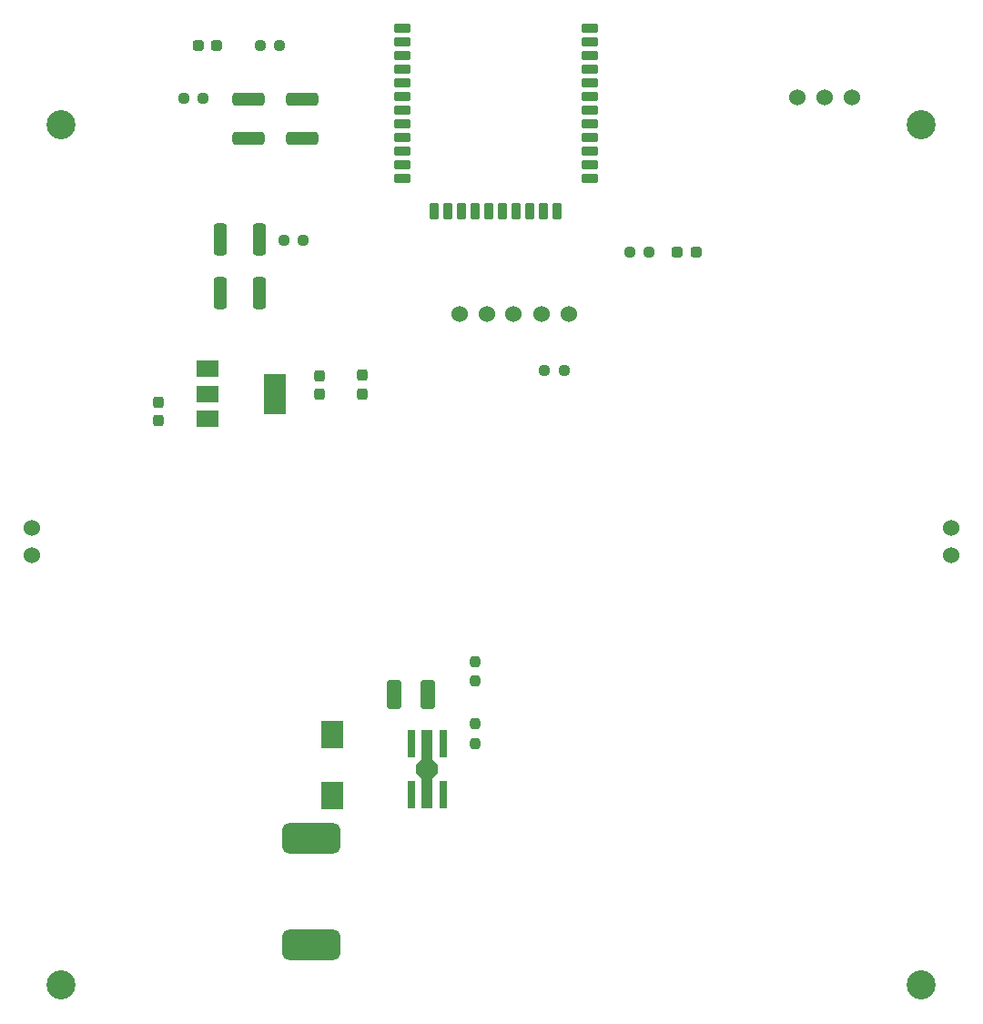
<source format=gbr>
%TF.GenerationSoftware,KiCad,Pcbnew,(6.0.9)*%
%TF.CreationDate,2022-11-20T19:55:09+01:00*%
%TF.ProjectId,ZLight_V2,5a4c6967-6874-45f5-9632-2e6b69636164,rev?*%
%TF.SameCoordinates,Original*%
%TF.FileFunction,Soldermask,Top*%
%TF.FilePolarity,Negative*%
%FSLAX46Y46*%
G04 Gerber Fmt 4.6, Leading zero omitted, Abs format (unit mm)*
G04 Created by KiCad (PCBNEW (6.0.9)) date 2022-11-20 19:55:09*
%MOMM*%
%LPD*%
G01*
G04 APERTURE LIST*
G04 Aperture macros list*
%AMRoundRect*
0 Rectangle with rounded corners*
0 $1 Rounding radius*
0 $2 $3 $4 $5 $6 $7 $8 $9 X,Y pos of 4 corners*
0 Add a 4 corners polygon primitive as box body*
4,1,4,$2,$3,$4,$5,$6,$7,$8,$9,$2,$3,0*
0 Add four circle primitives for the rounded corners*
1,1,$1+$1,$2,$3*
1,1,$1+$1,$4,$5*
1,1,$1+$1,$6,$7*
1,1,$1+$1,$8,$9*
0 Add four rect primitives between the rounded corners*
20,1,$1+$1,$2,$3,$4,$5,0*
20,1,$1+$1,$4,$5,$6,$7,0*
20,1,$1+$1,$6,$7,$8,$9,0*
20,1,$1+$1,$8,$9,$2,$3,0*%
%AMFreePoly0*
4,1,13,0.900000,0.500000,3.600000,0.500000,3.600000,-0.500000,0.900000,-0.500000,0.400000,-1.000000,-0.400000,-1.000000,-0.900000,-0.500000,-3.600000,-0.500000,-3.600000,0.500000,-0.900000,0.500000,-0.400000,1.000000,0.400000,1.000000,0.900000,0.500000,0.900000,0.500000,$1*%
G04 Aperture macros list end*
%ADD10C,1.524000*%
%ADD11R,2.000000X1.500000*%
%ADD12R,2.000000X3.800000*%
%ADD13RoundRect,0.300000X-0.300000X-1.200000X0.300000X-1.200000X0.300000X1.200000X-0.300000X1.200000X0*%
%ADD14C,2.700000*%
%ADD15RoundRect,0.200000X-0.600000X-0.200000X0.600000X-0.200000X0.600000X0.200000X-0.600000X0.200000X0*%
%ADD16RoundRect,0.200000X-0.200000X-0.600000X0.200000X-0.600000X0.200000X0.600000X-0.200000X0.600000X0*%
%ADD17RoundRect,0.237500X-0.237500X0.250000X-0.237500X-0.250000X0.237500X-0.250000X0.237500X0.250000X0*%
%ADD18RoundRect,0.250000X-0.412500X-1.100000X0.412500X-1.100000X0.412500X1.100000X-0.412500X1.100000X0*%
%ADD19RoundRect,0.237500X0.237500X-0.300000X0.237500X0.300000X-0.237500X0.300000X-0.237500X-0.300000X0*%
%ADD20RoundRect,0.300000X1.200000X-0.300000X1.200000X0.300000X-1.200000X0.300000X-1.200000X-0.300000X0*%
%ADD21RoundRect,0.237500X0.250000X0.237500X-0.250000X0.237500X-0.250000X-0.237500X0.250000X-0.237500X0*%
%ADD22RoundRect,0.237500X-0.250000X-0.237500X0.250000X-0.237500X0.250000X0.237500X-0.250000X0.237500X0*%
%ADD23RoundRect,0.237500X0.287500X0.237500X-0.287500X0.237500X-0.287500X-0.237500X0.287500X-0.237500X0*%
%ADD24RoundRect,0.237500X-0.287500X-0.237500X0.287500X-0.237500X0.287500X0.237500X-0.287500X0.237500X0*%
%ADD25R,2.000000X2.500000*%
%ADD26R,0.700000X2.500000*%
%ADD27FreePoly0,90.000000*%
%ADD28RoundRect,0.725000X-1.975000X-0.725000X1.975000X-0.725000X1.975000X0.725000X-1.975000X0.725000X0*%
G04 APERTURE END LIST*
D10*
%TO.C,J1*%
X107249000Y-100000000D03*
X107249000Y-97460000D03*
%TD*%
D11*
%TO.C,U3*%
X123600000Y-82700000D03*
X123600000Y-85000000D03*
X123600000Y-87300000D03*
D12*
X129900000Y-85000000D03*
%TD*%
D10*
%TO.C,DEBUG1*%
X147050000Y-77600000D03*
X149590000Y-77600000D03*
X152090000Y-77600000D03*
X154670000Y-77600000D03*
X157210000Y-77600000D03*
%TD*%
D13*
%TO.C,SW1*%
X124800000Y-70600000D03*
X128400000Y-70600000D03*
X124800000Y-75600000D03*
X128400000Y-75600000D03*
%TD*%
D14*
%TO.C,REF\u002A\u002A*%
X110000000Y-60000000D03*
%TD*%
D15*
%TO.C,U2*%
X141700000Y-51010000D03*
X141700000Y-52280000D03*
X141700000Y-53550000D03*
X141700000Y-54820000D03*
X141700000Y-56090000D03*
X141700000Y-57360000D03*
X141700000Y-58630000D03*
X141700000Y-59900000D03*
X141700000Y-61170000D03*
X141700000Y-62440000D03*
X141700000Y-63710000D03*
X141700000Y-64980000D03*
D16*
X144735000Y-68020000D03*
X146005000Y-68020000D03*
X147275000Y-68020000D03*
X148545000Y-68020000D03*
X149815000Y-68020000D03*
X151085000Y-68020000D03*
X152355000Y-68020000D03*
X153625000Y-68020000D03*
X154895000Y-68020000D03*
X156165000Y-68020000D03*
D15*
X159200000Y-64980000D03*
X159200000Y-63710000D03*
X159200000Y-62440000D03*
X159200000Y-61170000D03*
X159200000Y-59900000D03*
X159200000Y-58630000D03*
X159200000Y-57360000D03*
X159200000Y-56090000D03*
X159200000Y-54820000D03*
X159200000Y-53550000D03*
X159200000Y-52280000D03*
X159200000Y-51010000D03*
%TD*%
D14*
%TO.C,REF\u002A\u002A*%
X190000000Y-140000000D03*
%TD*%
D17*
%TO.C,R1*%
X148500000Y-109900000D03*
X148500000Y-111725000D03*
%TD*%
D18*
%TO.C,C1*%
X140975000Y-113000000D03*
X144100000Y-113000000D03*
%TD*%
D19*
%TO.C,C2*%
X119050000Y-87500000D03*
X119050000Y-85775000D03*
%TD*%
D20*
%TO.C,SW2*%
X127400000Y-61200000D03*
X127400000Y-57600000D03*
X132400000Y-61200000D03*
X132400000Y-57600000D03*
%TD*%
D19*
%TO.C,C4*%
X138000000Y-85000000D03*
X138000000Y-83275000D03*
%TD*%
D21*
%TO.C,R5*%
X130312500Y-52600000D03*
X128487500Y-52600000D03*
%TD*%
D22*
%TO.C,R4*%
X121387500Y-57500000D03*
X123212500Y-57500000D03*
%TD*%
%TO.C,R6*%
X162887500Y-71800000D03*
X164712500Y-71800000D03*
%TD*%
D14*
%TO.C,REF\u002A\u002A*%
X190000000Y-60000000D03*
%TD*%
D23*
%TO.C,D21*%
X169075000Y-71800000D03*
X167325000Y-71800000D03*
%TD*%
D21*
%TO.C,R3*%
X132512500Y-70700000D03*
X130687500Y-70700000D03*
%TD*%
D24*
%TO.C,D20*%
X122725000Y-52600000D03*
X124475000Y-52600000D03*
%TD*%
D25*
%TO.C,D1*%
X135200000Y-116700000D03*
X135200000Y-122400000D03*
%TD*%
D10*
%TO.C,J2*%
X192800000Y-97500000D03*
X192800000Y-100040000D03*
%TD*%
D14*
%TO.C,REF\u002A\u002A*%
X110000000Y-140000000D03*
%TD*%
D10*
%TO.C,U4*%
X178500000Y-57400000D03*
X181040000Y-57400000D03*
X183540000Y-57400000D03*
%TD*%
D17*
%TO.C,R2*%
X148500000Y-115700000D03*
X148500000Y-117525000D03*
%TD*%
D21*
%TO.C,R7*%
X156800000Y-82800000D03*
X154975000Y-82800000D03*
%TD*%
D26*
%TO.C,U1*%
X142550000Y-122250000D03*
D27*
X144050000Y-119900000D03*
D26*
X145550000Y-122250000D03*
X145550000Y-117550000D03*
X142550000Y-117550000D03*
%TD*%
D19*
%TO.C,C3*%
X134000000Y-85062500D03*
X134000000Y-83337500D03*
%TD*%
D28*
%TO.C,L1*%
X133300000Y-126350000D03*
X133300000Y-136250000D03*
%TD*%
M02*

</source>
